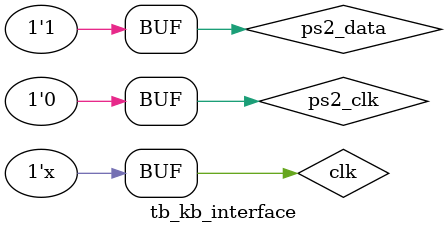
<source format=v>
`timescale 1ns / 1ps


module tb_kb_interface;
    reg ps2_data;
    reg ps2_clk;
    reg clk;
    wire [6:0] seg;
    wire [3:0] an;
    wire strobe;

    keyboard_interface keyboard_interface(
        .ps2_data(ps2_data),
        .ps2_clk(ps2_clk),
        .clk(clk),
        .seg(seg),
        .an(an),
        .strobe(strobe)
    );
    always
        #10 clk = ~clk;
    
    initial begin
        clk = 0;
        ps2_data = 1;
        ps2_clk = 0;
        #20;
        ps2_clk = 1;
        ps2_data = 0;
        #20;
        ps2_clk = 0;
        #20;
        ps2_clk = 1;
        ps2_data = 1;
        #20;
        ps2_clk = 0;
        #20;
        ps2_clk = 1;
        ps2_data = 0;
        #20;
        ps2_clk = 0;
        #20;
        ps2_clk = 1;
        ps2_data = 1;
        #20;
        ps2_clk = 0;
        #20;
        ps2_clk = 1;
        ps2_data = 1;
        #20;
        ps2_clk = 0;
        #20;
        ps2_clk = 1;
        ps2_data = 0;
        #20;
        ps2_clk = 0;
        #20;
        ps2_clk = 1;
        ps2_data = 1;
        #20;
        ps2_clk = 0;
        #20;
        ps2_clk = 1;
        ps2_data = 1;
        #20;
        ps2_clk = 0;
        #20;
        ps2_clk = 1;
        ps2_data = 1;
        #20;
        ps2_clk = 0;
        #20;
        ps2_clk = 1;
        ps2_data = 0;
        #20;
        ps2_clk = 0;
        #20;
        ps2_clk = 1;
        ps2_data = 1;
        #20;
        ps2_clk = 0;
        
    end

endmodule

</source>
